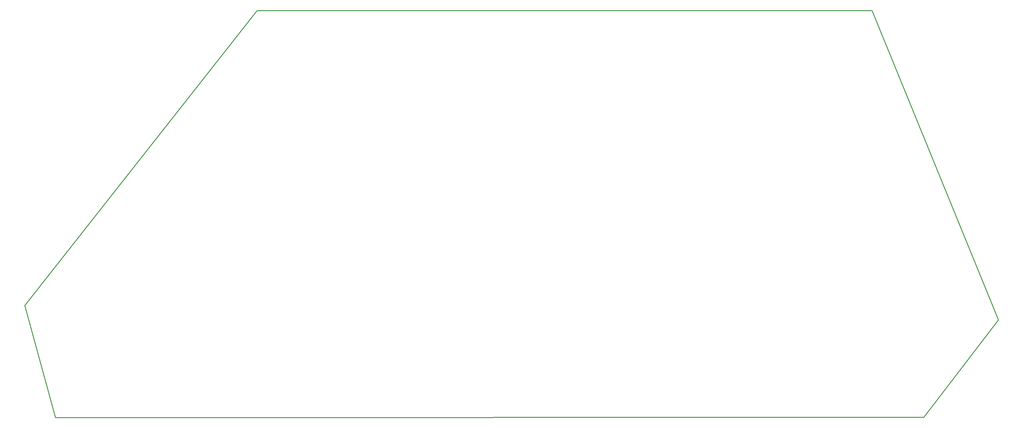
<source format=gm1>
%TF.GenerationSoftware,KiCad,Pcbnew,7.0.10*%
%TF.CreationDate,2024-03-17T11:32:21-04:00*%
%TF.ProjectId,Bottom pannel,426f7474-6f6d-4207-9061-6e6e656c2e6b,rev?*%
%TF.SameCoordinates,Original*%
%TF.FileFunction,Profile,NP*%
%FSLAX46Y46*%
G04 Gerber Fmt 4.6, Leading zero omitted, Abs format (unit mm)*
G04 Created by KiCad (PCBNEW 7.0.10) date 2024-03-17 11:32:21*
%MOMM*%
%LPD*%
G01*
G04 APERTURE LIST*
%TA.AperFunction,Profile*%
%ADD10C,0.250000*%
%TD*%
G04 APERTURE END LIST*
D10*
X248525169Y-36355267D02*
X75468211Y-36369773D01*
X18767103Y-150938829D02*
X263076607Y-150918350D01*
X263076607Y-150918350D02*
X284080389Y-123456400D01*
X263076607Y-150918350D02*
X284080389Y-123456400D01*
X75468211Y-36369773D02*
X10160000Y-119380000D01*
X10160000Y-119380000D02*
X18767103Y-150938829D01*
X248525169Y-36355267D02*
X75468211Y-36369773D01*
X75468211Y-36369773D02*
X10160000Y-119380000D01*
X284080389Y-123456400D02*
X248525169Y-36355267D01*
X18767103Y-150938829D02*
X263076607Y-150918350D01*
X10160000Y-119380000D02*
X18767103Y-150938829D01*
X284080389Y-123456400D02*
X248525169Y-36355267D01*
M02*

</source>
